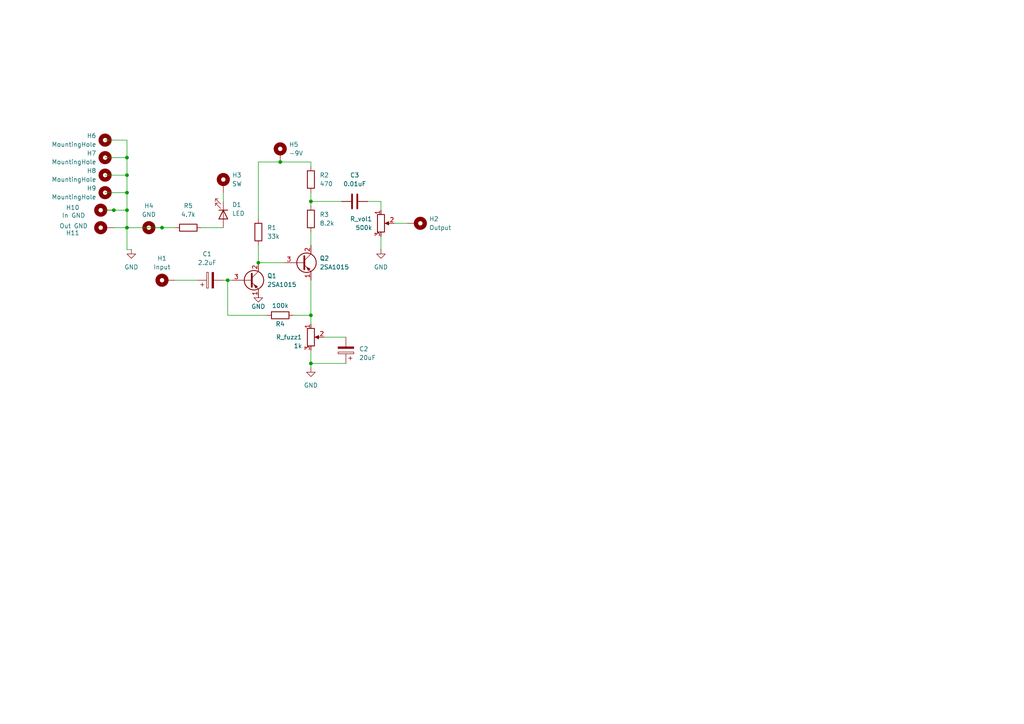
<source format=kicad_sch>
(kicad_sch
	(version 20250114)
	(generator "eeschema")
	(generator_version "9.0")
	(uuid "b82801eb-a442-4e15-a123-5dfbaba277df")
	(paper "A4")
	(lib_symbols
		(symbol "Device:C"
			(pin_numbers
				(hide yes)
			)
			(pin_names
				(offset 0.254)
			)
			(exclude_from_sim no)
			(in_bom yes)
			(on_board yes)
			(property "Reference" "C"
				(at 0.635 2.54 0)
				(effects
					(font
						(size 1.27 1.27)
					)
					(justify left)
				)
			)
			(property "Value" "C"
				(at 0.635 -2.54 0)
				(effects
					(font
						(size 1.27 1.27)
					)
					(justify left)
				)
			)
			(property "Footprint" ""
				(at 0.9652 -3.81 0)
				(effects
					(font
						(size 1.27 1.27)
					)
					(hide yes)
				)
			)
			(property "Datasheet" "~"
				(at 0 0 0)
				(effects
					(font
						(size 1.27 1.27)
					)
					(hide yes)
				)
			)
			(property "Description" "Unpolarized capacitor"
				(at 0 0 0)
				(effects
					(font
						(size 1.27 1.27)
					)
					(hide yes)
				)
			)
			(property "ki_keywords" "cap capacitor"
				(at 0 0 0)
				(effects
					(font
						(size 1.27 1.27)
					)
					(hide yes)
				)
			)
			(property "ki_fp_filters" "C_*"
				(at 0 0 0)
				(effects
					(font
						(size 1.27 1.27)
					)
					(hide yes)
				)
			)
			(symbol "C_0_1"
				(polyline
					(pts
						(xy -2.032 0.762) (xy 2.032 0.762)
					)
					(stroke
						(width 0.508)
						(type default)
					)
					(fill
						(type none)
					)
				)
				(polyline
					(pts
						(xy -2.032 -0.762) (xy 2.032 -0.762)
					)
					(stroke
						(width 0.508)
						(type default)
					)
					(fill
						(type none)
					)
				)
			)
			(symbol "C_1_1"
				(pin passive line
					(at 0 3.81 270)
					(length 2.794)
					(name "~"
						(effects
							(font
								(size 1.27 1.27)
							)
						)
					)
					(number "1"
						(effects
							(font
								(size 1.27 1.27)
							)
						)
					)
				)
				(pin passive line
					(at 0 -3.81 90)
					(length 2.794)
					(name "~"
						(effects
							(font
								(size 1.27 1.27)
							)
						)
					)
					(number "2"
						(effects
							(font
								(size 1.27 1.27)
							)
						)
					)
				)
			)
			(embedded_fonts no)
		)
		(symbol "Device:C_Polarized"
			(pin_numbers
				(hide yes)
			)
			(pin_names
				(offset 0.254)
			)
			(exclude_from_sim no)
			(in_bom yes)
			(on_board yes)
			(property "Reference" "C"
				(at 0.635 2.54 0)
				(effects
					(font
						(size 1.27 1.27)
					)
					(justify left)
				)
			)
			(property "Value" "C_Polarized"
				(at 0.635 -2.54 0)
				(effects
					(font
						(size 1.27 1.27)
					)
					(justify left)
				)
			)
			(property "Footprint" ""
				(at 0.9652 -3.81 0)
				(effects
					(font
						(size 1.27 1.27)
					)
					(hide yes)
				)
			)
			(property "Datasheet" "~"
				(at 0 0 0)
				(effects
					(font
						(size 1.27 1.27)
					)
					(hide yes)
				)
			)
			(property "Description" "Polarized capacitor"
				(at 0 0 0)
				(effects
					(font
						(size 1.27 1.27)
					)
					(hide yes)
				)
			)
			(property "ki_keywords" "cap capacitor"
				(at 0 0 0)
				(effects
					(font
						(size 1.27 1.27)
					)
					(hide yes)
				)
			)
			(property "ki_fp_filters" "CP_*"
				(at 0 0 0)
				(effects
					(font
						(size 1.27 1.27)
					)
					(hide yes)
				)
			)
			(symbol "C_Polarized_0_1"
				(rectangle
					(start -2.286 0.508)
					(end 2.286 1.016)
					(stroke
						(width 0)
						(type default)
					)
					(fill
						(type none)
					)
				)
				(polyline
					(pts
						(xy -1.778 2.286) (xy -0.762 2.286)
					)
					(stroke
						(width 0)
						(type default)
					)
					(fill
						(type none)
					)
				)
				(polyline
					(pts
						(xy -1.27 2.794) (xy -1.27 1.778)
					)
					(stroke
						(width 0)
						(type default)
					)
					(fill
						(type none)
					)
				)
				(rectangle
					(start 2.286 -0.508)
					(end -2.286 -1.016)
					(stroke
						(width 0)
						(type default)
					)
					(fill
						(type outline)
					)
				)
			)
			(symbol "C_Polarized_1_1"
				(pin passive line
					(at 0 3.81 270)
					(length 2.794)
					(name "~"
						(effects
							(font
								(size 1.27 1.27)
							)
						)
					)
					(number "1"
						(effects
							(font
								(size 1.27 1.27)
							)
						)
					)
				)
				(pin passive line
					(at 0 -3.81 90)
					(length 2.794)
					(name "~"
						(effects
							(font
								(size 1.27 1.27)
							)
						)
					)
					(number "2"
						(effects
							(font
								(size 1.27 1.27)
							)
						)
					)
				)
			)
			(embedded_fonts no)
		)
		(symbol "Device:LED"
			(pin_numbers
				(hide yes)
			)
			(pin_names
				(offset 1.016)
				(hide yes)
			)
			(exclude_from_sim no)
			(in_bom yes)
			(on_board yes)
			(property "Reference" "D"
				(at 0 2.54 0)
				(effects
					(font
						(size 1.27 1.27)
					)
				)
			)
			(property "Value" "LED"
				(at 0 -2.54 0)
				(effects
					(font
						(size 1.27 1.27)
					)
				)
			)
			(property "Footprint" ""
				(at 0 0 0)
				(effects
					(font
						(size 1.27 1.27)
					)
					(hide yes)
				)
			)
			(property "Datasheet" "~"
				(at 0 0 0)
				(effects
					(font
						(size 1.27 1.27)
					)
					(hide yes)
				)
			)
			(property "Description" "Light emitting diode"
				(at 0 0 0)
				(effects
					(font
						(size 1.27 1.27)
					)
					(hide yes)
				)
			)
			(property "Sim.Pins" "1=K 2=A"
				(at 0 0 0)
				(effects
					(font
						(size 1.27 1.27)
					)
					(hide yes)
				)
			)
			(property "ki_keywords" "LED diode"
				(at 0 0 0)
				(effects
					(font
						(size 1.27 1.27)
					)
					(hide yes)
				)
			)
			(property "ki_fp_filters" "LED* LED_SMD:* LED_THT:*"
				(at 0 0 0)
				(effects
					(font
						(size 1.27 1.27)
					)
					(hide yes)
				)
			)
			(symbol "LED_0_1"
				(polyline
					(pts
						(xy -3.048 -0.762) (xy -4.572 -2.286) (xy -3.81 -2.286) (xy -4.572 -2.286) (xy -4.572 -1.524)
					)
					(stroke
						(width 0)
						(type default)
					)
					(fill
						(type none)
					)
				)
				(polyline
					(pts
						(xy -1.778 -0.762) (xy -3.302 -2.286) (xy -2.54 -2.286) (xy -3.302 -2.286) (xy -3.302 -1.524)
					)
					(stroke
						(width 0)
						(type default)
					)
					(fill
						(type none)
					)
				)
				(polyline
					(pts
						(xy -1.27 0) (xy 1.27 0)
					)
					(stroke
						(width 0)
						(type default)
					)
					(fill
						(type none)
					)
				)
				(polyline
					(pts
						(xy -1.27 -1.27) (xy -1.27 1.27)
					)
					(stroke
						(width 0.254)
						(type default)
					)
					(fill
						(type none)
					)
				)
				(polyline
					(pts
						(xy 1.27 -1.27) (xy 1.27 1.27) (xy -1.27 0) (xy 1.27 -1.27)
					)
					(stroke
						(width 0.254)
						(type default)
					)
					(fill
						(type none)
					)
				)
			)
			(symbol "LED_1_1"
				(pin passive line
					(at -3.81 0 0)
					(length 2.54)
					(name "K"
						(effects
							(font
								(size 1.27 1.27)
							)
						)
					)
					(number "1"
						(effects
							(font
								(size 1.27 1.27)
							)
						)
					)
				)
				(pin passive line
					(at 3.81 0 180)
					(length 2.54)
					(name "A"
						(effects
							(font
								(size 1.27 1.27)
							)
						)
					)
					(number "2"
						(effects
							(font
								(size 1.27 1.27)
							)
						)
					)
				)
			)
			(embedded_fonts no)
		)
		(symbol "Device:R"
			(pin_numbers
				(hide yes)
			)
			(pin_names
				(offset 0)
			)
			(exclude_from_sim no)
			(in_bom yes)
			(on_board yes)
			(property "Reference" "R"
				(at 2.032 0 90)
				(effects
					(font
						(size 1.27 1.27)
					)
				)
			)
			(property "Value" "R"
				(at 0 0 90)
				(effects
					(font
						(size 1.27 1.27)
					)
				)
			)
			(property "Footprint" ""
				(at -1.778 0 90)
				(effects
					(font
						(size 1.27 1.27)
					)
					(hide yes)
				)
			)
			(property "Datasheet" "~"
				(at 0 0 0)
				(effects
					(font
						(size 1.27 1.27)
					)
					(hide yes)
				)
			)
			(property "Description" "Resistor"
				(at 0 0 0)
				(effects
					(font
						(size 1.27 1.27)
					)
					(hide yes)
				)
			)
			(property "ki_keywords" "R res resistor"
				(at 0 0 0)
				(effects
					(font
						(size 1.27 1.27)
					)
					(hide yes)
				)
			)
			(property "ki_fp_filters" "R_*"
				(at 0 0 0)
				(effects
					(font
						(size 1.27 1.27)
					)
					(hide yes)
				)
			)
			(symbol "R_0_1"
				(rectangle
					(start -1.016 -2.54)
					(end 1.016 2.54)
					(stroke
						(width 0.254)
						(type default)
					)
					(fill
						(type none)
					)
				)
			)
			(symbol "R_1_1"
				(pin passive line
					(at 0 3.81 270)
					(length 1.27)
					(name "~"
						(effects
							(font
								(size 1.27 1.27)
							)
						)
					)
					(number "1"
						(effects
							(font
								(size 1.27 1.27)
							)
						)
					)
				)
				(pin passive line
					(at 0 -3.81 90)
					(length 1.27)
					(name "~"
						(effects
							(font
								(size 1.27 1.27)
							)
						)
					)
					(number "2"
						(effects
							(font
								(size 1.27 1.27)
							)
						)
					)
				)
			)
			(embedded_fonts no)
		)
		(symbol "Device:R_Potentiometer"
			(pin_names
				(offset 1.016)
				(hide yes)
			)
			(exclude_from_sim no)
			(in_bom yes)
			(on_board yes)
			(property "Reference" "RV"
				(at -4.445 0 90)
				(effects
					(font
						(size 1.27 1.27)
					)
				)
			)
			(property "Value" "R_Potentiometer"
				(at -2.54 0 90)
				(effects
					(font
						(size 1.27 1.27)
					)
				)
			)
			(property "Footprint" ""
				(at 0 0 0)
				(effects
					(font
						(size 1.27 1.27)
					)
					(hide yes)
				)
			)
			(property "Datasheet" "~"
				(at 0 0 0)
				(effects
					(font
						(size 1.27 1.27)
					)
					(hide yes)
				)
			)
			(property "Description" "Potentiometer"
				(at 0 0 0)
				(effects
					(font
						(size 1.27 1.27)
					)
					(hide yes)
				)
			)
			(property "ki_keywords" "resistor variable"
				(at 0 0 0)
				(effects
					(font
						(size 1.27 1.27)
					)
					(hide yes)
				)
			)
			(property "ki_fp_filters" "Potentiometer*"
				(at 0 0 0)
				(effects
					(font
						(size 1.27 1.27)
					)
					(hide yes)
				)
			)
			(symbol "R_Potentiometer_0_1"
				(rectangle
					(start 1.016 2.54)
					(end -1.016 -2.54)
					(stroke
						(width 0.254)
						(type default)
					)
					(fill
						(type none)
					)
				)
				(polyline
					(pts
						(xy 1.143 0) (xy 2.286 0.508) (xy 2.286 -0.508) (xy 1.143 0)
					)
					(stroke
						(width 0)
						(type default)
					)
					(fill
						(type outline)
					)
				)
				(polyline
					(pts
						(xy 2.54 0) (xy 1.524 0)
					)
					(stroke
						(width 0)
						(type default)
					)
					(fill
						(type none)
					)
				)
			)
			(symbol "R_Potentiometer_1_1"
				(pin passive line
					(at 0 3.81 270)
					(length 1.27)
					(name "1"
						(effects
							(font
								(size 1.27 1.27)
							)
						)
					)
					(number "1"
						(effects
							(font
								(size 1.27 1.27)
							)
						)
					)
				)
				(pin passive line
					(at 0 -3.81 90)
					(length 1.27)
					(name "3"
						(effects
							(font
								(size 1.27 1.27)
							)
						)
					)
					(number "3"
						(effects
							(font
								(size 1.27 1.27)
							)
						)
					)
				)
				(pin passive line
					(at 3.81 0 180)
					(length 1.27)
					(name "2"
						(effects
							(font
								(size 1.27 1.27)
							)
						)
					)
					(number "2"
						(effects
							(font
								(size 1.27 1.27)
							)
						)
					)
				)
			)
			(embedded_fonts no)
		)
		(symbol "Mechanical:MountingHole"
			(pin_names
				(offset 1.016)
			)
			(exclude_from_sim yes)
			(in_bom no)
			(on_board yes)
			(property "Reference" "H"
				(at 0 5.08 0)
				(effects
					(font
						(size 1.27 1.27)
					)
				)
			)
			(property "Value" "MountingHole"
				(at 0 3.175 0)
				(effects
					(font
						(size 1.27 1.27)
					)
				)
			)
			(property "Footprint" ""
				(at 0 0 0)
				(effects
					(font
						(size 1.27 1.27)
					)
					(hide yes)
				)
			)
			(property "Datasheet" "~"
				(at 0 0 0)
				(effects
					(font
						(size 1.27 1.27)
					)
					(hide yes)
				)
			)
			(property "Description" "Mounting Hole without connection"
				(at 0 0 0)
				(effects
					(font
						(size 1.27 1.27)
					)
					(hide yes)
				)
			)
			(property "ki_keywords" "mounting hole"
				(at 0 0 0)
				(effects
					(font
						(size 1.27 1.27)
					)
					(hide yes)
				)
			)
			(property "ki_fp_filters" "MountingHole*"
				(at 0 0 0)
				(effects
					(font
						(size 1.27 1.27)
					)
					(hide yes)
				)
			)
			(symbol "MountingHole_0_1"
				(circle
					(center 0 0)
					(radius 1.27)
					(stroke
						(width 1.27)
						(type default)
					)
					(fill
						(type none)
					)
				)
			)
			(embedded_fonts no)
		)
		(symbol "Mechanical:MountingHole_Pad"
			(pin_numbers
				(hide yes)
			)
			(pin_names
				(offset 1.016)
				(hide yes)
			)
			(exclude_from_sim yes)
			(in_bom no)
			(on_board yes)
			(property "Reference" "H"
				(at 0 6.35 0)
				(effects
					(font
						(size 1.27 1.27)
					)
				)
			)
			(property "Value" "MountingHole_Pad"
				(at 0 4.445 0)
				(effects
					(font
						(size 1.27 1.27)
					)
				)
			)
			(property "Footprint" ""
				(at 0 0 0)
				(effects
					(font
						(size 1.27 1.27)
					)
					(hide yes)
				)
			)
			(property "Datasheet" "~"
				(at 0 0 0)
				(effects
					(font
						(size 1.27 1.27)
					)
					(hide yes)
				)
			)
			(property "Description" "Mounting Hole with connection"
				(at 0 0 0)
				(effects
					(font
						(size 1.27 1.27)
					)
					(hide yes)
				)
			)
			(property "ki_keywords" "mounting hole"
				(at 0 0 0)
				(effects
					(font
						(size 1.27 1.27)
					)
					(hide yes)
				)
			)
			(property "ki_fp_filters" "MountingHole*Pad*"
				(at 0 0 0)
				(effects
					(font
						(size 1.27 1.27)
					)
					(hide yes)
				)
			)
			(symbol "MountingHole_Pad_0_1"
				(circle
					(center 0 1.27)
					(radius 1.27)
					(stroke
						(width 1.27)
						(type default)
					)
					(fill
						(type none)
					)
				)
			)
			(symbol "MountingHole_Pad_1_1"
				(pin input line
					(at 0 -2.54 90)
					(length 2.54)
					(name "1"
						(effects
							(font
								(size 1.27 1.27)
							)
						)
					)
					(number "1"
						(effects
							(font
								(size 1.27 1.27)
							)
						)
					)
				)
			)
			(embedded_fonts no)
		)
		(symbol "Transistor_BJT:2SA1015"
			(pin_names
				(offset 0)
				(hide yes)
			)
			(exclude_from_sim no)
			(in_bom yes)
			(on_board yes)
			(property "Reference" "Q"
				(at 5.08 1.905 0)
				(effects
					(font
						(size 1.27 1.27)
					)
					(justify left)
				)
			)
			(property "Value" "2SA1015"
				(at 5.08 0 0)
				(effects
					(font
						(size 1.27 1.27)
					)
					(justify left)
				)
			)
			(property "Footprint" "Package_TO_SOT_THT:TO-92_Inline"
				(at 5.08 -1.905 0)
				(effects
					(font
						(size 1.27 1.27)
						(italic yes)
					)
					(justify left)
					(hide yes)
				)
			)
			(property "Datasheet" "http://www.datasheetcatalog.org/datasheet/toshiba/905.pdf"
				(at 0 0 0)
				(effects
					(font
						(size 1.27 1.27)
					)
					(justify left)
					(hide yes)
				)
			)
			(property "Description" "-0.15A Ic, -50V Vce, Low Noise Audio PNP Transistor, TO-92"
				(at 0 0 0)
				(effects
					(font
						(size 1.27 1.27)
					)
					(hide yes)
				)
			)
			(property "ki_keywords" "Low Noise Audio PNP Transistor"
				(at 0 0 0)
				(effects
					(font
						(size 1.27 1.27)
					)
					(hide yes)
				)
			)
			(property "ki_fp_filters" "TO?92*"
				(at 0 0 0)
				(effects
					(font
						(size 1.27 1.27)
					)
					(hide yes)
				)
			)
			(symbol "2SA1015_0_1"
				(polyline
					(pts
						(xy -2.54 0) (xy 0.635 0)
					)
					(stroke
						(width 0)
						(type default)
					)
					(fill
						(type none)
					)
				)
				(polyline
					(pts
						(xy 0.635 1.905) (xy 0.635 -1.905)
					)
					(stroke
						(width 0.508)
						(type default)
					)
					(fill
						(type none)
					)
				)
				(polyline
					(pts
						(xy 0.635 0.635) (xy 2.54 2.54)
					)
					(stroke
						(width 0)
						(type default)
					)
					(fill
						(type none)
					)
				)
				(polyline
					(pts
						(xy 0.635 -0.635) (xy 2.54 -2.54)
					)
					(stroke
						(width 0)
						(type default)
					)
					(fill
						(type none)
					)
				)
				(circle
					(center 1.27 0)
					(radius 2.8194)
					(stroke
						(width 0.254)
						(type default)
					)
					(fill
						(type none)
					)
				)
				(polyline
					(pts
						(xy 2.286 -1.778) (xy 1.778 -2.286) (xy 1.27 -1.27) (xy 2.286 -1.778)
					)
					(stroke
						(width 0)
						(type default)
					)
					(fill
						(type outline)
					)
				)
			)
			(symbol "2SA1015_1_1"
				(pin input line
					(at -5.08 0 0)
					(length 2.54)
					(name "B"
						(effects
							(font
								(size 1.27 1.27)
							)
						)
					)
					(number "3"
						(effects
							(font
								(size 1.27 1.27)
							)
						)
					)
				)
				(pin passive line
					(at 2.54 5.08 270)
					(length 2.54)
					(name "C"
						(effects
							(font
								(size 1.27 1.27)
							)
						)
					)
					(number "2"
						(effects
							(font
								(size 1.27 1.27)
							)
						)
					)
				)
				(pin passive line
					(at 2.54 -5.08 90)
					(length 2.54)
					(name "E"
						(effects
							(font
								(size 1.27 1.27)
							)
						)
					)
					(number "1"
						(effects
							(font
								(size 1.27 1.27)
							)
						)
					)
				)
			)
			(embedded_fonts no)
		)
		(symbol "power:GND"
			(power)
			(pin_numbers
				(hide yes)
			)
			(pin_names
				(offset 0)
				(hide yes)
			)
			(exclude_from_sim no)
			(in_bom yes)
			(on_board yes)
			(property "Reference" "#PWR"
				(at 0 -6.35 0)
				(effects
					(font
						(size 1.27 1.27)
					)
					(hide yes)
				)
			)
			(property "Value" "GND"
				(at 0 -3.81 0)
				(effects
					(font
						(size 1.27 1.27)
					)
				)
			)
			(property "Footprint" ""
				(at 0 0 0)
				(effects
					(font
						(size 1.27 1.27)
					)
					(hide yes)
				)
			)
			(property "Datasheet" ""
				(at 0 0 0)
				(effects
					(font
						(size 1.27 1.27)
					)
					(hide yes)
				)
			)
			(property "Description" "Power symbol creates a global label with name \"GND\" , ground"
				(at 0 0 0)
				(effects
					(font
						(size 1.27 1.27)
					)
					(hide yes)
				)
			)
			(property "ki_keywords" "global power"
				(at 0 0 0)
				(effects
					(font
						(size 1.27 1.27)
					)
					(hide yes)
				)
			)
			(symbol "GND_0_1"
				(polyline
					(pts
						(xy 0 0) (xy 0 -1.27) (xy 1.27 -1.27) (xy 0 -2.54) (xy -1.27 -1.27) (xy 0 -1.27)
					)
					(stroke
						(width 0)
						(type default)
					)
					(fill
						(type none)
					)
				)
			)
			(symbol "GND_1_1"
				(pin power_in line
					(at 0 0 270)
					(length 0)
					(name "~"
						(effects
							(font
								(size 1.27 1.27)
							)
						)
					)
					(number "1"
						(effects
							(font
								(size 1.27 1.27)
							)
						)
					)
				)
			)
			(embedded_fonts no)
		)
	)
	(junction
		(at 36.83 50.8)
		(diameter 0)
		(color 0 0 0 0)
		(uuid "043cc885-539b-400d-b80c-44f25d640a57")
	)
	(junction
		(at 90.17 58.42)
		(diameter 0)
		(color 0 0 0 0)
		(uuid "192b3a50-3913-4041-9f8b-8c7f01b87c24")
	)
	(junction
		(at 33.02 60.96)
		(diameter 0)
		(color 0 0 0 0)
		(uuid "1b26874c-797c-4663-bea6-8b6f685d9a90")
	)
	(junction
		(at 74.93 76.2)
		(diameter 0)
		(color 0 0 0 0)
		(uuid "24d1b1fc-30b4-446a-9757-0c449b873b90")
	)
	(junction
		(at 36.83 66.04)
		(diameter 0)
		(color 0 0 0 0)
		(uuid "2be72181-0a99-4ca1-b6a6-111c94e15519")
	)
	(junction
		(at 36.83 45.72)
		(diameter 0)
		(color 0 0 0 0)
		(uuid "36e5e5e5-1ab2-4a01-9009-dcc907c79b7b")
	)
	(junction
		(at 66.04 81.28)
		(diameter 0)
		(color 0 0 0 0)
		(uuid "4580953b-439e-49b9-a1c7-3968f2b887ea")
	)
	(junction
		(at 46.99 66.04)
		(diameter 0)
		(color 0 0 0 0)
		(uuid "76e21eb8-b955-4688-9660-51bdb8a2173f")
	)
	(junction
		(at 81.28 46.99)
		(diameter 0)
		(color 0 0 0 0)
		(uuid "79574859-3a04-4b0b-8603-1143702cf810")
	)
	(junction
		(at 90.17 91.44)
		(diameter 0)
		(color 0 0 0 0)
		(uuid "806c333f-c2b7-4d72-94c8-643e7b4cfd6b")
	)
	(junction
		(at 36.83 60.96)
		(diameter 0)
		(color 0 0 0 0)
		(uuid "a23db4c1-a929-4359-9ac0-10c46bb0bde6")
	)
	(junction
		(at 90.17 105.41)
		(diameter 0)
		(color 0 0 0 0)
		(uuid "e7d1f5be-0f13-46ce-a211-439be81f8857")
	)
	(junction
		(at 36.83 55.88)
		(diameter 0)
		(color 0 0 0 0)
		(uuid "fd38293f-230c-42b1-851a-d200b56e950c")
	)
	(wire
		(pts
			(xy 110.49 68.58) (xy 110.49 72.39)
		)
		(stroke
			(width 0)
			(type default)
		)
		(uuid "06300551-847b-4242-93b7-0148d775ef37")
	)
	(wire
		(pts
			(xy 58.42 66.04) (xy 64.77 66.04)
		)
		(stroke
			(width 0)
			(type default)
		)
		(uuid "0681724d-a3d0-49bc-9652-f7d7c3a2e8f4")
	)
	(wire
		(pts
			(xy 90.17 105.41) (xy 100.33 105.41)
		)
		(stroke
			(width 0)
			(type default)
		)
		(uuid "0816058b-262f-49d3-b83a-eb641809e109")
	)
	(wire
		(pts
			(xy 66.04 81.28) (xy 66.04 91.44)
		)
		(stroke
			(width 0)
			(type default)
		)
		(uuid "0f47bd56-c545-427e-8e6f-3056a9733cd0")
	)
	(wire
		(pts
			(xy 36.83 50.8) (xy 36.83 55.88)
		)
		(stroke
			(width 0)
			(type default)
		)
		(uuid "128ebe56-0b4f-4140-86f5-a26b4d74dc09")
	)
	(wire
		(pts
			(xy 66.04 91.44) (xy 77.47 91.44)
		)
		(stroke
			(width 0)
			(type default)
		)
		(uuid "250a4513-b052-4f7b-8777-1ffdc8115819")
	)
	(wire
		(pts
			(xy 81.28 46.99) (xy 90.17 46.99)
		)
		(stroke
			(width 0)
			(type default)
		)
		(uuid "27ac1460-1b0a-4149-bc2b-ae99ad0fde20")
	)
	(wire
		(pts
			(xy 36.83 50.8) (xy 30.48 50.8)
		)
		(stroke
			(width 0)
			(type default)
		)
		(uuid "3cc65f24-f33f-4da0-bdd1-b2edf1a0e40f")
	)
	(wire
		(pts
			(xy 66.04 81.28) (xy 67.31 81.28)
		)
		(stroke
			(width 0)
			(type default)
		)
		(uuid "3d2633da-80b4-489b-8465-5d204c927431")
	)
	(wire
		(pts
			(xy 36.83 66.04) (xy 46.99 66.04)
		)
		(stroke
			(width 0)
			(type default)
		)
		(uuid "3e906dd9-65e8-4eae-9f78-5a624a1843ec")
	)
	(wire
		(pts
			(xy 64.77 55.88) (xy 64.77 58.42)
		)
		(stroke
			(width 0)
			(type default)
		)
		(uuid "41657e5f-9d3c-4825-9896-db5b98fed555")
	)
	(wire
		(pts
			(xy 36.83 55.88) (xy 36.83 60.96)
		)
		(stroke
			(width 0)
			(type default)
		)
		(uuid "433f6b8a-6b4f-4123-b27d-abe0c533a3d1")
	)
	(wire
		(pts
			(xy 90.17 46.99) (xy 90.17 48.26)
		)
		(stroke
			(width 0)
			(type default)
		)
		(uuid "4932cb46-16ae-4175-a20d-6accbecb3d64")
	)
	(wire
		(pts
			(xy 114.3 64.77) (xy 118.11 64.77)
		)
		(stroke
			(width 0)
			(type default)
		)
		(uuid "4a1d99d5-1ade-4749-af52-fdb39eb156d9")
	)
	(wire
		(pts
			(xy 33.02 60.96) (xy 30.48 60.96)
		)
		(stroke
			(width 0)
			(type default)
		)
		(uuid "506c2d1c-9e5e-42b5-b20f-f4b4217e73bd")
	)
	(wire
		(pts
			(xy 106.68 58.42) (xy 110.49 58.42)
		)
		(stroke
			(width 0)
			(type default)
		)
		(uuid "5923fc20-d8a8-4509-ab30-fd5e60df8aa0")
	)
	(wire
		(pts
			(xy 36.83 72.39) (xy 38.1 72.39)
		)
		(stroke
			(width 0)
			(type default)
		)
		(uuid "62a2d665-854b-44e3-a119-a68df53caa60")
	)
	(wire
		(pts
			(xy 74.93 71.12) (xy 74.93 76.2)
		)
		(stroke
			(width 0)
			(type default)
		)
		(uuid "65b368c2-26be-4392-839c-61130451ab93")
	)
	(wire
		(pts
			(xy 36.83 55.88) (xy 30.48 55.88)
		)
		(stroke
			(width 0)
			(type default)
		)
		(uuid "6b09e59d-413c-4c98-9ff3-b79f676c8a00")
	)
	(wire
		(pts
			(xy 90.17 58.42) (xy 90.17 59.69)
		)
		(stroke
			(width 0)
			(type default)
		)
		(uuid "70b8aed8-f70c-4a94-8a9f-218fb9f59acd")
	)
	(wire
		(pts
			(xy 90.17 55.88) (xy 90.17 58.42)
		)
		(stroke
			(width 0)
			(type default)
		)
		(uuid "717cbccb-bb3b-429c-870a-8a87e912d4b5")
	)
	(wire
		(pts
			(xy 93.98 97.79) (xy 100.33 97.79)
		)
		(stroke
			(width 0)
			(type default)
		)
		(uuid "727ef7b4-0220-400f-b9e4-04e1371776d3")
	)
	(wire
		(pts
			(xy 36.83 60.96) (xy 36.83 66.04)
		)
		(stroke
			(width 0)
			(type default)
		)
		(uuid "8c793859-7be1-4590-8b92-1f93b2907cbe")
	)
	(wire
		(pts
			(xy 74.93 46.99) (xy 81.28 46.99)
		)
		(stroke
			(width 0)
			(type default)
		)
		(uuid "919ba614-395a-4c08-babc-36018a07437e")
	)
	(wire
		(pts
			(xy 46.99 66.04) (xy 50.8 66.04)
		)
		(stroke
			(width 0)
			(type default)
		)
		(uuid "99f6e4e9-77ac-4241-8c05-404e530ed642")
	)
	(wire
		(pts
			(xy 90.17 106.68) (xy 90.17 105.41)
		)
		(stroke
			(width 0)
			(type default)
		)
		(uuid "9a8d856b-cbf3-41c6-93c8-123c14f7ae91")
	)
	(wire
		(pts
			(xy 90.17 91.44) (xy 90.17 93.98)
		)
		(stroke
			(width 0)
			(type default)
		)
		(uuid "9f66b6bd-1856-45aa-93b4-9f0d83215a24")
	)
	(wire
		(pts
			(xy 74.93 46.99) (xy 74.93 63.5)
		)
		(stroke
			(width 0)
			(type default)
		)
		(uuid "a45f1347-cbe0-4a13-9be8-b55edb8ae701")
	)
	(wire
		(pts
			(xy 36.83 40.64) (xy 36.83 45.72)
		)
		(stroke
			(width 0)
			(type default)
		)
		(uuid "a5225cbb-b29c-4972-a368-bd4c8d5b8f61")
	)
	(wire
		(pts
			(xy 36.83 45.72) (xy 30.48 45.72)
		)
		(stroke
			(width 0)
			(type default)
		)
		(uuid "a92f1051-e19d-482d-aeb5-3107eab46174")
	)
	(wire
		(pts
			(xy 90.17 81.28) (xy 90.17 91.44)
		)
		(stroke
			(width 0)
			(type default)
		)
		(uuid "b02710e2-62ad-4792-b2e4-b2648ffaf82b")
	)
	(wire
		(pts
			(xy 90.17 67.31) (xy 90.17 71.12)
		)
		(stroke
			(width 0)
			(type default)
		)
		(uuid "b08a2592-c791-4d0e-b78d-7724017fc712")
	)
	(wire
		(pts
			(xy 50.8 81.28) (xy 57.15 81.28)
		)
		(stroke
			(width 0)
			(type default)
		)
		(uuid "b4ce388d-3db2-49e3-b82a-840ff715e36b")
	)
	(wire
		(pts
			(xy 74.93 85.09) (xy 74.93 86.36)
		)
		(stroke
			(width 0)
			(type default)
		)
		(uuid "b5509a8d-7b12-4363-8350-148ed0540287")
	)
	(wire
		(pts
			(xy 36.83 45.72) (xy 36.83 50.8)
		)
		(stroke
			(width 0)
			(type default)
		)
		(uuid "b5cc5e07-9af0-477e-9bc9-249e8b417dfd")
	)
	(wire
		(pts
			(xy 90.17 58.42) (xy 99.06 58.42)
		)
		(stroke
			(width 0)
			(type default)
		)
		(uuid "b92c7960-9327-45f7-8f40-465e8893c1e2")
	)
	(wire
		(pts
			(xy 90.17 105.41) (xy 90.17 101.6)
		)
		(stroke
			(width 0)
			(type default)
		)
		(uuid "bc10f74e-4868-4fe4-a142-bd6da7ef7019")
	)
	(wire
		(pts
			(xy 74.93 76.2) (xy 82.55 76.2)
		)
		(stroke
			(width 0)
			(type default)
		)
		(uuid "c6c8ec8a-91ad-4339-be7a-b224a63870e7")
	)
	(wire
		(pts
			(xy 110.49 58.42) (xy 110.49 60.96)
		)
		(stroke
			(width 0)
			(type default)
		)
		(uuid "d7e08680-9529-4b8a-819c-94bebdb5a222")
	)
	(wire
		(pts
			(xy 85.09 91.44) (xy 90.17 91.44)
		)
		(stroke
			(width 0)
			(type default)
		)
		(uuid "dcb4d93e-7e97-4e2b-8fd7-48e40882275d")
	)
	(wire
		(pts
			(xy 36.83 60.96) (xy 33.02 60.96)
		)
		(stroke
			(width 0)
			(type default)
		)
		(uuid "e4e2c877-1301-422a-8dff-c12a033347a2")
	)
	(wire
		(pts
			(xy 33.02 66.04) (xy 36.83 66.04)
		)
		(stroke
			(width 0)
			(type default)
		)
		(uuid "e65727f9-a799-4ca3-a71d-fcaceb56f47e")
	)
	(wire
		(pts
			(xy 36.83 40.64) (xy 30.48 40.64)
		)
		(stroke
			(width 0)
			(type default)
		)
		(uuid "efafb9cb-9621-42aa-9b5c-5505882c9e12")
	)
	(wire
		(pts
			(xy 64.77 81.28) (xy 66.04 81.28)
		)
		(stroke
			(width 0)
			(type default)
		)
		(uuid "f74b0bf4-e7bf-4cd8-a45b-d021204a481b")
	)
	(wire
		(pts
			(xy 36.83 72.39) (xy 36.83 66.04)
		)
		(stroke
			(width 0)
			(type default)
		)
		(uuid "f964334b-7cbe-4d83-b6b5-abd0a03d5340")
	)
	(symbol
		(lib_id "Device:C_Polarized")
		(at 60.96 81.28 90)
		(unit 1)
		(exclude_from_sim no)
		(in_bom yes)
		(on_board yes)
		(dnp no)
		(fields_autoplaced yes)
		(uuid "05fa8710-3220-4a28-a2c1-c17eee5e2f91")
		(property "Reference" "C1"
			(at 60.071 73.66 90)
			(effects
				(font
					(size 1.27 1.27)
				)
			)
		)
		(property "Value" "2.2uF"
			(at 60.071 76.2 90)
			(effects
				(font
					(size 1.27 1.27)
				)
			)
		)
		(property "Footprint" "ANA PARTS:StandardPolarizedCapacitorPedal"
			(at 64.77 80.3148 0)
			(effects
				(font
					(size 1.27 1.27)
				)
				(hide yes)
			)
		)
		(property "Datasheet" "~"
			(at 60.96 81.28 0)
			(effects
				(font
					(size 1.27 1.27)
				)
				(hide yes)
			)
		)
		(property "Description" "Polarized capacitor"
			(at 60.96 81.28 0)
			(effects
				(font
					(size 1.27 1.27)
				)
				(hide yes)
			)
		)
		(pin "1"
			(uuid "c65ccb0e-574c-45ea-9599-f366f0b9d93c")
		)
		(pin "2"
			(uuid "928101c3-02f2-4ffe-8cfe-d1c8f2d9cbe3")
		)
		(instances
			(project ""
				(path "/b82801eb-a442-4e15-a123-5dfbaba277df"
					(reference "C1")
					(unit 1)
				)
			)
		)
	)
	(symbol
		(lib_id "Mechanical:MountingHole_Pad")
		(at 30.48 60.96 90)
		(mirror x)
		(unit 1)
		(exclude_from_sim yes)
		(in_bom no)
		(on_board yes)
		(dnp no)
		(uuid "109f30e5-ed41-464f-b5cd-a1c2b5c2ff28")
		(property "Reference" "H10"
			(at 21.082 60.198 90)
			(effects
				(font
					(size 1.27 1.27)
				)
			)
		)
		(property "Value" "In GND"
			(at 21.336 62.484 90)
			(effects
				(font
					(size 1.27 1.27)
				)
			)
		)
		(property "Footprint" "ANA PARTS:1.5mm_MountingHole"
			(at 30.48 60.96 0)
			(effects
				(font
					(size 1.27 1.27)
				)
				(hide yes)
			)
		)
		(property "Datasheet" "~"
			(at 30.48 60.96 0)
			(effects
				(font
					(size 1.27 1.27)
				)
				(hide yes)
			)
		)
		(property "Description" "Mounting Hole with connection"
			(at 30.48 60.96 0)
			(effects
				(font
					(size 1.27 1.27)
				)
				(hide yes)
			)
		)
		(pin "1"
			(uuid "73f51e4b-7306-4fcd-a8ce-79b74d968227")
		)
		(instances
			(project "FuzzFace2copy"
				(path "/b82801eb-a442-4e15-a123-5dfbaba277df"
					(reference "H10")
					(unit 1)
				)
			)
		)
	)
	(symbol
		(lib_id "Mechanical:MountingHole_Pad")
		(at 44.45 66.04 90)
		(unit 1)
		(exclude_from_sim yes)
		(in_bom no)
		(on_board yes)
		(dnp no)
		(fields_autoplaced yes)
		(uuid "1d657444-8561-4779-88ed-1fe707af5bbc")
		(property "Reference" "H4"
			(at 43.18 59.69 90)
			(effects
				(font
					(size 1.27 1.27)
				)
			)
		)
		(property "Value" "GND"
			(at 43.18 62.23 90)
			(effects
				(font
					(size 1.27 1.27)
				)
			)
		)
		(property "Footprint" "ANA PARTS:1.5mm_MountingHole"
			(at 44.45 66.04 0)
			(effects
				(font
					(size 1.27 1.27)
				)
				(hide yes)
			)
		)
		(property "Datasheet" "~"
			(at 44.45 66.04 0)
			(effects
				(font
					(size 1.27 1.27)
				)
				(hide yes)
			)
		)
		(property "Description" "Mounting Hole with connection"
			(at 44.45 66.04 0)
			(effects
				(font
					(size 1.27 1.27)
				)
				(hide yes)
			)
		)
		(pin "1"
			(uuid "0ec050b4-c9c9-495b-ab29-626d7ed7d03b")
		)
		(instances
			(project "FuzzFace2"
				(path "/b82801eb-a442-4e15-a123-5dfbaba277df"
					(reference "H4")
					(unit 1)
				)
			)
		)
	)
	(symbol
		(lib_id "Mechanical:MountingHole_Pad")
		(at 81.28 44.45 0)
		(unit 1)
		(exclude_from_sim yes)
		(in_bom no)
		(on_board yes)
		(dnp no)
		(fields_autoplaced yes)
		(uuid "1eb62cbf-d62f-4610-a399-0b712704fb5a")
		(property "Reference" "H5"
			(at 83.82 41.9099 0)
			(effects
				(font
					(size 1.27 1.27)
				)
				(justify left)
			)
		)
		(property "Value" "-9V"
			(at 83.82 44.4499 0)
			(effects
				(font
					(size 1.27 1.27)
				)
				(justify left)
			)
		)
		(property "Footprint" "ANA PARTS:1.5mm_MountingHole"
			(at 81.28 44.45 0)
			(effects
				(font
					(size 1.27 1.27)
				)
				(hide yes)
			)
		)
		(property "Datasheet" "~"
			(at 81.28 44.45 0)
			(effects
				(font
					(size 1.27 1.27)
				)
				(hide yes)
			)
		)
		(property "Description" "Mounting Hole with connection"
			(at 81.28 44.45 0)
			(effects
				(font
					(size 1.27 1.27)
				)
				(hide yes)
			)
		)
		(pin "1"
			(uuid "e9222163-ea6a-413b-8498-1e82fc80a668")
		)
		(instances
			(project "FuzzFace2"
				(path "/b82801eb-a442-4e15-a123-5dfbaba277df"
					(reference "H5")
					(unit 1)
				)
			)
		)
	)
	(symbol
		(lib_id "power:GND")
		(at 90.17 106.68 0)
		(unit 1)
		(exclude_from_sim no)
		(in_bom yes)
		(on_board yes)
		(dnp no)
		(fields_autoplaced yes)
		(uuid "2c2eec62-5689-4d16-8fa1-512eb185d3d4")
		(property "Reference" "#PWR04"
			(at 90.17 113.03 0)
			(effects
				(font
					(size 1.27 1.27)
				)
				(hide yes)
			)
		)
		(property "Value" "GND"
			(at 90.17 111.76 0)
			(effects
				(font
					(size 1.27 1.27)
				)
			)
		)
		(property "Footprint" ""
			(at 90.17 106.68 0)
			(effects
				(font
					(size 1.27 1.27)
				)
				(hide yes)
			)
		)
		(property "Datasheet" ""
			(at 90.17 106.68 0)
			(effects
				(font
					(size 1.27 1.27)
				)
				(hide yes)
			)
		)
		(property "Description" "Power symbol creates a global label with name \"GND\" , ground"
			(at 90.17 106.68 0)
			(effects
				(font
					(size 1.27 1.27)
				)
				(hide yes)
			)
		)
		(pin "1"
			(uuid "d4436ae6-bfc4-4464-b867-0f1d43ed69cc")
		)
		(instances
			(project "FuzzFace2"
				(path "/b82801eb-a442-4e15-a123-5dfbaba277df"
					(reference "#PWR04")
					(unit 1)
				)
			)
		)
	)
	(symbol
		(lib_id "Mechanical:MountingHole")
		(at 30.48 45.72 0)
		(mirror y)
		(unit 1)
		(exclude_from_sim yes)
		(in_bom no)
		(on_board yes)
		(dnp no)
		(fields_autoplaced yes)
		(uuid "3ed7e2f3-9f5c-4265-a371-22a8f64192c6")
		(property "Reference" "H7"
			(at 27.94 44.4499 0)
			(effects
				(font
					(size 1.27 1.27)
				)
				(justify left)
			)
		)
		(property "Value" "MountingHole"
			(at 27.94 46.9899 0)
			(effects
				(font
					(size 1.27 1.27)
				)
				(justify left)
			)
		)
		(property "Footprint" "MountingHole:MountingHole_2.2mm_M2_DIN965_Pad_TopOnly"
			(at 30.48 45.72 0)
			(effects
				(font
					(size 1.27 1.27)
				)
				(hide yes)
			)
		)
		(property "Datasheet" "~"
			(at 30.48 45.72 0)
			(effects
				(font
					(size 1.27 1.27)
				)
				(hide yes)
			)
		)
		(property "Description" "Mounting Hole without connection"
			(at 30.48 45.72 0)
			(effects
				(font
					(size 1.27 1.27)
				)
				(hide yes)
			)
		)
		(instances
			(project "FuzzFace2"
				(path "/b82801eb-a442-4e15-a123-5dfbaba277df"
					(reference "H7")
					(unit 1)
				)
			)
		)
	)
	(symbol
		(lib_id "Device:C_Polarized")
		(at 100.33 101.6 180)
		(unit 1)
		(exclude_from_sim no)
		(in_bom yes)
		(on_board yes)
		(dnp no)
		(fields_autoplaced yes)
		(uuid "428ee3e6-7022-4361-b276-e5e37f202caa")
		(property "Reference" "C2"
			(at 104.14 101.2189 0)
			(effects
				(font
					(size 1.27 1.27)
				)
				(justify right)
			)
		)
		(property "Value" "20uF"
			(at 104.14 103.7589 0)
			(effects
				(font
					(size 1.27 1.27)
				)
				(justify right)
			)
		)
		(property "Footprint" "ANA PARTS:StandardPolarizedCapacitorPedal"
			(at 99.3648 97.79 0)
			(effects
				(font
					(size 1.27 1.27)
				)
				(hide yes)
			)
		)
		(property "Datasheet" "~"
			(at 100.33 101.6 0)
			(effects
				(font
					(size 1.27 1.27)
				)
				(hide yes)
			)
		)
		(property "Description" "Polarized capacitor"
			(at 100.33 101.6 0)
			(effects
				(font
					(size 1.27 1.27)
				)
				(hide yes)
			)
		)
		(pin "1"
			(uuid "2a4c9f25-32cc-4f44-b4af-d9784076e652")
		)
		(pin "2"
			(uuid "b09f9e7d-e968-42c1-b7e0-8b5bdb149f4a")
		)
		(instances
			(project "FuzzFace2"
				(path "/b82801eb-a442-4e15-a123-5dfbaba277df"
					(reference "C2")
					(unit 1)
				)
			)
		)
	)
	(symbol
		(lib_id "Mechanical:MountingHole_Pad")
		(at 120.65 64.77 270)
		(unit 1)
		(exclude_from_sim yes)
		(in_bom no)
		(on_board yes)
		(dnp no)
		(fields_autoplaced yes)
		(uuid "431c59fa-4650-4bcc-83b7-101b7f8ee1ee")
		(property "Reference" "H2"
			(at 124.46 63.4999 90)
			(effects
				(font
					(size 1.27 1.27)
				)
				(justify left)
			)
		)
		(property "Value" "Output"
			(at 124.46 66.0399 90)
			(effects
				(font
					(size 1.27 1.27)
				)
				(justify left)
			)
		)
		(property "Footprint" "ANA PARTS:1.5mm_MountingHole"
			(at 120.65 64.77 0)
			(effects
				(font
					(size 1.27 1.27)
				)
				(hide yes)
			)
		)
		(property "Datasheet" "~"
			(at 120.65 64.77 0)
			(effects
				(font
					(size 1.27 1.27)
				)
				(hide yes)
			)
		)
		(property "Description" "Mounting Hole with connection"
			(at 120.65 64.77 0)
			(effects
				(font
					(size 1.27 1.27)
				)
				(hide yes)
			)
		)
		(pin "1"
			(uuid "bc039670-e684-48bd-9741-e649df4447cf")
		)
		(instances
			(project "FuzzFace2"
				(path "/b82801eb-a442-4e15-a123-5dfbaba277df"
					(reference "H2")
					(unit 1)
				)
			)
		)
	)
	(symbol
		(lib_id "Device:C")
		(at 102.87 58.42 90)
		(unit 1)
		(exclude_from_sim no)
		(in_bom yes)
		(on_board yes)
		(dnp no)
		(fields_autoplaced yes)
		(uuid "4400efe1-91c3-4fb8-a63c-bfc741cddd3f")
		(property "Reference" "C3"
			(at 102.87 50.8 90)
			(effects
				(font
					(size 1.27 1.27)
				)
			)
		)
		(property "Value" "0.01uF"
			(at 102.87 53.34 90)
			(effects
				(font
					(size 1.27 1.27)
				)
			)
		)
		(property "Footprint" "ANA PARTS:StandardUnpolarizedCapacitorPedal"
			(at 106.68 57.4548 0)
			(effects
				(font
					(size 1.27 1.27)
				)
				(hide yes)
			)
		)
		(property "Datasheet" "~"
			(at 102.87 58.42 0)
			(effects
				(font
					(size 1.27 1.27)
				)
				(hide yes)
			)
		)
		(property "Description" "Unpolarized capacitor"
			(at 102.87 58.42 0)
			(effects
				(font
					(size 1.27 1.27)
				)
				(hide yes)
			)
		)
		(pin "2"
			(uuid "3486ed16-53e3-4039-98f5-e6ffc614cda7")
		)
		(pin "1"
			(uuid "2bf479fd-798d-415b-9c71-1137b90d540f")
		)
		(instances
			(project ""
				(path "/b82801eb-a442-4e15-a123-5dfbaba277df"
					(reference "C3")
					(unit 1)
				)
			)
		)
	)
	(symbol
		(lib_id "Mechanical:MountingHole")
		(at 30.48 50.8 0)
		(mirror y)
		(unit 1)
		(exclude_from_sim yes)
		(in_bom no)
		(on_board yes)
		(dnp no)
		(fields_autoplaced yes)
		(uuid "47f2dbd7-c5f7-48d7-bf06-890a337c9683")
		(property "Reference" "H8"
			(at 27.94 49.5299 0)
			(effects
				(font
					(size 1.27 1.27)
				)
				(justify left)
			)
		)
		(property "Value" "MountingHole"
			(at 27.94 52.0699 0)
			(effects
				(font
					(size 1.27 1.27)
				)
				(justify left)
			)
		)
		(property "Footprint" "MountingHole:MountingHole_2.2mm_M2_DIN965_Pad_TopOnly"
			(at 30.48 50.8 0)
			(effects
				(font
					(size 1.27 1.27)
				)
				(hide yes)
			)
		)
		(property "Datasheet" "~"
			(at 30.48 50.8 0)
			(effects
				(font
					(size 1.27 1.27)
				)
				(hide yes)
			)
		)
		(property "Description" "Mounting Hole without connection"
			(at 30.48 50.8 0)
			(effects
				(font
					(size 1.27 1.27)
				)
				(hide yes)
			)
		)
		(instances
			(project "FuzzFace2"
				(path "/b82801eb-a442-4e15-a123-5dfbaba277df"
					(reference "H8")
					(unit 1)
				)
			)
		)
	)
	(symbol
		(lib_id "Mechanical:MountingHole_Pad")
		(at 30.48 66.04 90)
		(mirror x)
		(unit 1)
		(exclude_from_sim yes)
		(in_bom no)
		(on_board yes)
		(dnp no)
		(uuid "6069c146-56a9-4f45-a3e6-64356f743742")
		(property "Reference" "H11"
			(at 21.082 67.564 90)
			(effects
				(font
					(size 1.27 1.27)
				)
			)
		)
		(property "Value" "Out GND"
			(at 21.336 65.532 90)
			(effects
				(font
					(size 1.27 1.27)
				)
			)
		)
		(property "Footprint" "ANA PARTS:1.5mm_MountingHole"
			(at 30.48 66.04 0)
			(effects
				(font
					(size 1.27 1.27)
				)
				(hide yes)
			)
		)
		(property "Datasheet" "~"
			(at 30.48 66.04 0)
			(effects
				(font
					(size 1.27 1.27)
				)
				(hide yes)
			)
		)
		(property "Description" "Mounting Hole with connection"
			(at 30.48 66.04 0)
			(effects
				(font
					(size 1.27 1.27)
				)
				(hide yes)
			)
		)
		(pin "1"
			(uuid "18eb20af-371a-4ad7-a0e2-90527ddad1aa")
		)
		(instances
			(project "FuzzFace2copy"
				(path "/b82801eb-a442-4e15-a123-5dfbaba277df"
					(reference "H11")
					(unit 1)
				)
			)
		)
	)
	(symbol
		(lib_id "Device:R_Potentiometer")
		(at 90.17 97.79 0)
		(unit 1)
		(exclude_from_sim no)
		(in_bom yes)
		(on_board yes)
		(dnp no)
		(uuid "61fd0d0a-1903-428f-9bb1-22f278120c10")
		(property "Reference" "R_fuzz1"
			(at 87.63 97.79 0)
			(effects
				(font
					(size 1.27 1.27)
				)
				(justify right)
			)
		)
		(property "Value" "1k"
			(at 87.63 100.33 0)
			(effects
				(font
					(size 1.27 1.27)
				)
				(justify right)
			)
		)
		(property "Footprint" "ANA PARTS:StandardPot"
			(at 90.17 97.79 0)
			(effects
				(font
					(size 1.27 1.27)
				)
				(hide yes)
			)
		)
		(property "Datasheet" "~"
			(at 90.17 97.79 0)
			(effects
				(font
					(size 1.27 1.27)
				)
				(hide yes)
			)
		)
		(property "Description" "Potentiometer"
			(at 90.17 97.79 0)
			(effects
				(font
					(size 1.27 1.27)
				)
				(hide yes)
			)
		)
		(pin "1"
			(uuid "e715dbf4-4838-41ac-ba73-29dc7b7596ce")
		)
		(pin "2"
			(uuid "0b9b60b3-036f-4fef-a0fd-9fd6e50d99c1")
		)
		(pin "3"
			(uuid "729ba2d7-6470-491d-8d0c-c5b63a279091")
		)
		(instances
			(project ""
				(path "/b82801eb-a442-4e15-a123-5dfbaba277df"
					(reference "R_fuzz1")
					(unit 1)
				)
			)
		)
	)
	(symbol
		(lib_id "Mechanical:MountingHole")
		(at 30.48 40.64 0)
		(mirror y)
		(unit 1)
		(exclude_from_sim yes)
		(in_bom no)
		(on_board yes)
		(dnp no)
		(fields_autoplaced yes)
		(uuid "63fa7a6e-c79d-468c-8439-dc4b41bbc86c")
		(property "Reference" "H6"
			(at 27.94 39.3699 0)
			(effects
				(font
					(size 1.27 1.27)
				)
				(justify left)
			)
		)
		(property "Value" "MountingHole"
			(at 27.94 41.9099 0)
			(effects
				(font
					(size 1.27 1.27)
				)
				(justify left)
			)
		)
		(property "Footprint" "MountingHole:MountingHole_2.2mm_M2_DIN965_Pad_TopOnly"
			(at 30.48 40.64 0)
			(effects
				(font
					(size 1.27 1.27)
				)
				(hide yes)
			)
		)
		(property "Datasheet" "~"
			(at 30.48 40.64 0)
			(effects
				(font
					(size 1.27 1.27)
				)
				(hide yes)
			)
		)
		(property "Description" "Mounting Hole without connection"
			(at 30.48 40.64 0)
			(effects
				(font
					(size 1.27 1.27)
				)
				(hide yes)
			)
		)
		(instances
			(project ""
				(path "/b82801eb-a442-4e15-a123-5dfbaba277df"
					(reference "H6")
					(unit 1)
				)
			)
		)
	)
	(symbol
		(lib_id "Mechanical:MountingHole")
		(at 30.48 55.88 0)
		(mirror y)
		(unit 1)
		(exclude_from_sim yes)
		(in_bom no)
		(on_board yes)
		(dnp no)
		(fields_autoplaced yes)
		(uuid "6cb8ef74-ed3c-4758-b27c-e2e729c29ca3")
		(property "Reference" "H9"
			(at 27.94 54.6099 0)
			(effects
				(font
					(size 1.27 1.27)
				)
				(justify left)
			)
		)
		(property "Value" "MountingHole"
			(at 27.94 57.1499 0)
			(effects
				(font
					(size 1.27 1.27)
				)
				(justify left)
			)
		)
		(property "Footprint" "MountingHole:MountingHole_2.2mm_M2_DIN965_Pad_TopOnly"
			(at 30.48 55.88 0)
			(effects
				(font
					(size 1.27 1.27)
				)
				(hide yes)
			)
		)
		(property "Datasheet" "~"
			(at 30.48 55.88 0)
			(effects
				(font
					(size 1.27 1.27)
				)
				(hide yes)
			)
		)
		(property "Description" "Mounting Hole without connection"
			(at 30.48 55.88 0)
			(effects
				(font
					(size 1.27 1.27)
				)
				(hide yes)
			)
		)
		(instances
			(project "FuzzFace2"
				(path "/b82801eb-a442-4e15-a123-5dfbaba277df"
					(reference "H9")
					(unit 1)
				)
			)
		)
	)
	(symbol
		(lib_id "Device:R")
		(at 90.17 52.07 0)
		(unit 1)
		(exclude_from_sim no)
		(in_bom yes)
		(on_board yes)
		(dnp no)
		(fields_autoplaced yes)
		(uuid "6e53139f-6cde-40cc-a26a-d399f561b2ca")
		(property "Reference" "R2"
			(at 92.71 50.7999 0)
			(effects
				(font
					(size 1.27 1.27)
				)
				(justify left)
			)
		)
		(property "Value" "470"
			(at 92.71 53.3399 0)
			(effects
				(font
					(size 1.27 1.27)
				)
				(justify left)
			)
		)
		(property "Footprint" "ANA PARTS:StandardResistorPedal"
			(at 88.392 52.07 90)
			(effects
				(font
					(size 1.27 1.27)
				)
				(hide yes)
			)
		)
		(property "Datasheet" "~"
			(at 90.17 52.07 0)
			(effects
				(font
					(size 1.27 1.27)
				)
				(hide yes)
			)
		)
		(property "Description" "Resistor"
			(at 90.17 52.07 0)
			(effects
				(font
					(size 1.27 1.27)
				)
				(hide yes)
			)
		)
		(pin "1"
			(uuid "cc4ecb59-714b-4cde-856a-7ea90c355ddc")
		)
		(pin "2"
			(uuid "751093b0-e66a-464e-a1aa-8296ffe86fe0")
		)
		(instances
			(project "FuzzFace2"
				(path "/b82801eb-a442-4e15-a123-5dfbaba277df"
					(reference "R2")
					(unit 1)
				)
			)
		)
	)
	(symbol
		(lib_id "Device:R")
		(at 54.61 66.04 90)
		(unit 1)
		(exclude_from_sim no)
		(in_bom yes)
		(on_board yes)
		(dnp no)
		(fields_autoplaced yes)
		(uuid "72bc55a9-670c-4430-ae04-f6f47c63189a")
		(property "Reference" "R5"
			(at 54.61 59.69 90)
			(effects
				(font
					(size 1.27 1.27)
				)
			)
		)
		(property "Value" "4.7k"
			(at 54.61 62.23 90)
			(effects
				(font
					(size 1.27 1.27)
				)
			)
		)
		(property "Footprint" "ANA PARTS:StandardResistorPedal"
			(at 54.61 67.818 90)
			(effects
				(font
					(size 1.27 1.27)
				)
				(hide yes)
			)
		)
		(property "Datasheet" "~"
			(at 54.61 66.04 0)
			(effects
				(font
					(size 1.27 1.27)
				)
				(hide yes)
			)
		)
		(property "Description" "Resistor"
			(at 54.61 66.04 0)
			(effects
				(font
					(size 1.27 1.27)
				)
				(hide yes)
			)
		)
		(pin "1"
			(uuid "c5a25ee0-1ead-4a21-a922-bf7c02432974")
		)
		(pin "2"
			(uuid "3c05da18-a750-4955-b2b7-057e2a361d3e")
		)
		(instances
			(project "FuzzFace2"
				(path "/b82801eb-a442-4e15-a123-5dfbaba277df"
					(reference "R5")
					(unit 1)
				)
			)
		)
	)
	(symbol
		(lib_id "Transistor_BJT:2SA1015")
		(at 72.39 81.28 0)
		(unit 1)
		(exclude_from_sim no)
		(in_bom yes)
		(on_board yes)
		(dnp no)
		(fields_autoplaced yes)
		(uuid "84f196c0-8818-4bf8-8c2a-a7c4a3532c9d")
		(property "Reference" "Q1"
			(at 77.47 80.0099 0)
			(effects
				(font
					(size 1.27 1.27)
				)
				(justify left)
			)
		)
		(property "Value" "2SA1015"
			(at 77.47 82.5499 0)
			(effects
				(font
					(size 1.27 1.27)
				)
				(justify left)
			)
		)
		(property "Footprint" "Package_TO_SOT_THT:TO-92_Inline"
			(at 77.47 83.185 0)
			(effects
				(font
					(size 1.27 1.27)
					(italic yes)
				)
				(justify left)
				(hide yes)
			)
		)
		(property "Datasheet" "http://www.datasheetcatalog.org/datasheet/toshiba/905.pdf"
			(at 72.39 81.28 0)
			(effects
				(font
					(size 1.27 1.27)
				)
				(justify left)
				(hide yes)
			)
		)
		(property "Description" "-0.15A Ic, -50V Vce, Low Noise Audio PNP Transistor, TO-92"
			(at 72.39 81.28 0)
			(effects
				(font
					(size 1.27 1.27)
				)
				(hide yes)
			)
		)
		(pin "2"
			(uuid "a006b382-1827-499d-945a-765e4a46fa39")
		)
		(pin "1"
			(uuid "0f2fed61-6387-4575-bfa5-2409c77e74fa")
		)
		(pin "3"
			(uuid "18f01f67-7e3b-4ef6-a7cb-b096f2fec3d8")
		)
		(instances
			(project ""
				(path "/b82801eb-a442-4e15-a123-5dfbaba277df"
					(reference "Q1")
					(unit 1)
				)
			)
		)
	)
	(symbol
		(lib_id "power:GND")
		(at 74.93 85.09 0)
		(unit 1)
		(exclude_from_sim no)
		(in_bom yes)
		(on_board yes)
		(dnp no)
		(uuid "8614abe1-1128-452a-a09f-f50d2aa82335")
		(property "Reference" "#PWR01"
			(at 74.93 91.44 0)
			(effects
				(font
					(size 1.27 1.27)
				)
				(hide yes)
			)
		)
		(property "Value" "GND"
			(at 74.93 88.9 0)
			(effects
				(font
					(size 1.27 1.27)
				)
			)
		)
		(property "Footprint" ""
			(at 74.93 85.09 0)
			(effects
				(font
					(size 1.27 1.27)
				)
				(hide yes)
			)
		)
		(property "Datasheet" ""
			(at 74.93 85.09 0)
			(effects
				(font
					(size 1.27 1.27)
				)
				(hide yes)
			)
		)
		(property "Description" "Power symbol creates a global label with name \"GND\" , ground"
			(at 74.93 85.09 0)
			(effects
				(font
					(size 1.27 1.27)
				)
				(hide yes)
			)
		)
		(pin "1"
			(uuid "14e0e40e-6df6-4006-9be3-8fea8e265068")
		)
		(instances
			(project ""
				(path "/b82801eb-a442-4e15-a123-5dfbaba277df"
					(reference "#PWR01")
					(unit 1)
				)
			)
		)
	)
	(symbol
		(lib_id "power:GND")
		(at 38.1 72.39 0)
		(unit 1)
		(exclude_from_sim no)
		(in_bom yes)
		(on_board yes)
		(dnp no)
		(fields_autoplaced yes)
		(uuid "9d59b4b5-a7fb-469b-8071-6f90902dc7e9")
		(property "Reference" "#PWR07"
			(at 38.1 78.74 0)
			(effects
				(font
					(size 1.27 1.27)
				)
				(hide yes)
			)
		)
		(property "Value" "GND"
			(at 38.1 77.47 0)
			(effects
				(font
					(size 1.27 1.27)
				)
			)
		)
		(property "Footprint" ""
			(at 38.1 72.39 0)
			(effects
				(font
					(size 1.27 1.27)
				)
				(hide yes)
			)
		)
		(property "Datasheet" ""
			(at 38.1 72.39 0)
			(effects
				(font
					(size 1.27 1.27)
				)
				(hide yes)
			)
		)
		(property "Description" "Power symbol creates a global label with name \"GND\" , ground"
			(at 38.1 72.39 0)
			(effects
				(font
					(size 1.27 1.27)
				)
				(hide yes)
			)
		)
		(pin "1"
			(uuid "b69af05a-2f96-4d19-a5c7-6a3fbbe24fe1")
		)
		(instances
			(project "FuzzFace2copy"
				(path "/b82801eb-a442-4e15-a123-5dfbaba277df"
					(reference "#PWR07")
					(unit 1)
				)
			)
		)
	)
	(symbol
		(lib_id "Device:R")
		(at 74.93 67.31 0)
		(unit 1)
		(exclude_from_sim no)
		(in_bom yes)
		(on_board yes)
		(dnp no)
		(fields_autoplaced yes)
		(uuid "a2d5dba9-d66a-4463-a116-534ed2ccc20b")
		(property "Reference" "R1"
			(at 77.47 66.0399 0)
			(effects
				(font
					(size 1.27 1.27)
				)
				(justify left)
			)
		)
		(property "Value" "33k"
			(at 77.47 68.5799 0)
			(effects
				(font
					(size 1.27 1.27)
				)
				(justify left)
			)
		)
		(property "Footprint" "ANA PARTS:StandardResistorPedal"
			(at 73.152 67.31 90)
			(effects
				(font
					(size 1.27 1.27)
				)
				(hide yes)
			)
		)
		(property "Datasheet" "~"
			(at 74.93 67.31 0)
			(effects
				(font
					(size 1.27 1.27)
				)
				(hide yes)
			)
		)
		(property "Description" "Resistor"
			(at 74.93 67.31 0)
			(effects
				(font
					(size 1.27 1.27)
				)
				(hide yes)
			)
		)
		(pin "1"
			(uuid "bf57f49c-c83c-4e79-9ad3-1554471fae8f")
		)
		(pin "2"
			(uuid "aa7ec29c-2ee5-4927-abec-43de9012ce95")
		)
		(instances
			(project ""
				(path "/b82801eb-a442-4e15-a123-5dfbaba277df"
					(reference "R1")
					(unit 1)
				)
			)
		)
	)
	(symbol
		(lib_id "Mechanical:MountingHole_Pad")
		(at 64.77 53.34 0)
		(unit 1)
		(exclude_from_sim yes)
		(in_bom no)
		(on_board yes)
		(dnp no)
		(fields_autoplaced yes)
		(uuid "ad4e9510-e49e-4b35-a42a-1ed0608b54f7")
		(property "Reference" "H3"
			(at 67.31 50.7999 0)
			(effects
				(font
					(size 1.27 1.27)
				)
				(justify left)
			)
		)
		(property "Value" "SW"
			(at 67.31 53.3399 0)
			(effects
				(font
					(size 1.27 1.27)
				)
				(justify left)
			)
		)
		(property "Footprint" "ANA PARTS:1.5mm_MountingHole"
			(at 64.77 53.34 0)
			(effects
				(font
					(size 1.27 1.27)
				)
				(hide yes)
			)
		)
		(property "Datasheet" "~"
			(at 64.77 53.34 0)
			(effects
				(font
					(size 1.27 1.27)
				)
				(hide yes)
			)
		)
		(property "Description" "Mounting Hole with connection"
			(at 64.77 53.34 0)
			(effects
				(font
					(size 1.27 1.27)
				)
				(hide yes)
			)
		)
		(pin "1"
			(uuid "e2f6b74a-ea1b-4e50-86f7-05f0c39b8c24")
		)
		(instances
			(project "FuzzFace2"
				(path "/b82801eb-a442-4e15-a123-5dfbaba277df"
					(reference "H3")
					(unit 1)
				)
			)
		)
	)
	(symbol
		(lib_id "Device:R_Potentiometer")
		(at 110.49 64.77 0)
		(unit 1)
		(exclude_from_sim no)
		(in_bom yes)
		(on_board yes)
		(dnp no)
		(fields_autoplaced yes)
		(uuid "c4fa3a17-ddb3-4e69-8ed4-962663c8e298")
		(property "Reference" "R_vol1"
			(at 107.95 63.4999 0)
			(effects
				(font
					(size 1.27 1.27)
				)
				(justify right)
			)
		)
		(property "Value" "500k"
			(at 107.95 66.0399 0)
			(effects
				(font
					(size 1.27 1.27)
				)
				(justify right)
			)
		)
		(property "Footprint" "ANA PARTS:StandardPot"
			(at 110.49 64.77 0)
			(effects
				(font
					(size 1.27 1.27)
				)
				(hide yes)
			)
		)
		(property "Datasheet" "~"
			(at 110.49 64.77 0)
			(effects
				(font
					(size 1.27 1.27)
				)
				(hide yes)
			)
		)
		(property "Description" "Potentiometer"
			(at 110.49 64.77 0)
			(effects
				(font
					(size 1.27 1.27)
				)
				(hide yes)
			)
		)
		(pin "1"
			(uuid "713cc725-28fc-4513-9eed-0d2d51b280fe")
		)
		(pin "2"
			(uuid "d3dc5a1a-2459-44ed-bcb3-80740625ee13")
		)
		(pin "3"
			(uuid "f6dbe9bd-301d-479d-adfc-16a4a200c6f3")
		)
		(instances
			(project "FuzzFace2"
				(path "/b82801eb-a442-4e15-a123-5dfbaba277df"
					(reference "R_vol1")
					(unit 1)
				)
			)
		)
	)
	(symbol
		(lib_id "Mechanical:MountingHole_Pad")
		(at 48.26 81.28 90)
		(unit 1)
		(exclude_from_sim yes)
		(in_bom no)
		(on_board yes)
		(dnp no)
		(fields_autoplaced yes)
		(uuid "c9a9c8e4-1488-4c52-9362-fab22518b033")
		(property "Reference" "H1"
			(at 46.99 74.93 90)
			(effects
				(font
					(size 1.27 1.27)
				)
			)
		)
		(property "Value" "Input"
			(at 46.99 77.47 90)
			(effects
				(font
					(size 1.27 1.27)
				)
			)
		)
		(property "Footprint" "ANA PARTS:1.5mm_MountingHole"
			(at 48.26 81.28 0)
			(effects
				(font
					(size 1.27 1.27)
				)
				(hide yes)
			)
		)
		(property "Datasheet" "~"
			(at 48.26 81.28 0)
			(effects
				(font
					(size 1.27 1.27)
				)
				(hide yes)
			)
		)
		(property "Description" "Mounting Hole with connection"
			(at 48.26 81.28 0)
			(effects
				(font
					(size 1.27 1.27)
				)
				(hide yes)
			)
		)
		(pin "1"
			(uuid "abe46f25-7046-4707-9859-66b5ac361d77")
		)
		(instances
			(project ""
				(path "/b82801eb-a442-4e15-a123-5dfbaba277df"
					(reference "H1")
					(unit 1)
				)
			)
		)
	)
	(symbol
		(lib_id "Device:R")
		(at 81.28 91.44 90)
		(unit 1)
		(exclude_from_sim no)
		(in_bom yes)
		(on_board yes)
		(dnp no)
		(uuid "dca7f81f-8bc9-4590-99ac-66fe8d9f8fe2")
		(property "Reference" "R4"
			(at 81.28 93.98 90)
			(effects
				(font
					(size 1.27 1.27)
				)
			)
		)
		(property "Value" "100k"
			(at 81.28 88.646 90)
			(effects
				(font
					(size 1.27 1.27)
				)
			)
		)
		(property "Footprint" "ANA PARTS:StandardResistorPedal"
			(at 81.28 93.218 90)
			(effects
				(font
					(size 1.27 1.27)
				)
				(hide yes)
			)
		)
		(property "Datasheet" "~"
			(at 81.28 91.44 0)
			(effects
				(font
					(size 1.27 1.27)
				)
				(hide yes)
			)
		)
		(property "Description" "Resistor"
			(at 81.28 91.44 0)
			(effects
				(font
					(size 1.27 1.27)
				)
				(hide yes)
			)
		)
		(pin "1"
			(uuid "22c1c4e8-6f6f-47f7-8fa8-e9bb46251c66")
		)
		(pin "2"
			(uuid "703d7424-ba26-4385-a870-29198e3efeee")
		)
		(instances
			(project "FuzzFace2"
				(path "/b82801eb-a442-4e15-a123-5dfbaba277df"
					(reference "R4")
					(unit 1)
				)
			)
		)
	)
	(symbol
		(lib_id "power:GND")
		(at 110.49 72.39 0)
		(unit 1)
		(exclude_from_sim no)
		(in_bom yes)
		(on_board yes)
		(dnp no)
		(fields_autoplaced yes)
		(uuid "dd0bbc05-a33b-448d-a72c-0ada74ffa2ec")
		(property "Reference" "#PWR05"
			(at 110.49 78.74 0)
			(effects
				(font
					(size 1.27 1.27)
				)
				(hide yes)
			)
		)
		(property "Value" "GND"
			(at 110.49 77.47 0)
			(effects
				(font
					(size 1.27 1.27)
				)
			)
		)
		(property "Footprint" ""
			(at 110.49 72.39 0)
			(effects
				(font
					(size 1.27 1.27)
				)
				(hide yes)
			)
		)
		(property "Datasheet" ""
			(at 110.49 72.39 0)
			(effects
				(font
					(size 1.27 1.27)
				)
				(hide yes)
			)
		)
		(property "Description" "Power symbol creates a global label with name \"GND\" , ground"
			(at 110.49 72.39 0)
			(effects
				(font
					(size 1.27 1.27)
				)
				(hide yes)
			)
		)
		(pin "1"
			(uuid "38df6f08-8157-4bbd-ad35-ff6ab3ffa795")
		)
		(instances
			(project "FuzzFace2"
				(path "/b82801eb-a442-4e15-a123-5dfbaba277df"
					(reference "#PWR05")
					(unit 1)
				)
			)
		)
	)
	(symbol
		(lib_id "Device:LED")
		(at 64.77 62.23 270)
		(unit 1)
		(exclude_from_sim no)
		(in_bom yes)
		(on_board yes)
		(dnp no)
		(fields_autoplaced yes)
		(uuid "e9f30564-5d63-4368-8951-a5f83fb6af29")
		(property "Reference" "D1"
			(at 67.31 59.3724 90)
			(effects
				(font
					(size 1.27 1.27)
				)
				(justify left)
			)
		)
		(property "Value" "LED"
			(at 67.31 61.9124 90)
			(effects
				(font
					(size 1.27 1.27)
				)
				(justify left)
			)
		)
		(property "Footprint" "LED_THT:LED_D5.0mm_Clear"
			(at 64.77 62.23 0)
			(effects
				(font
					(size 1.27 1.27)
				)
				(hide yes)
			)
		)
		(property "Datasheet" "~"
			(at 64.77 62.23 0)
			(effects
				(font
					(size 1.27 1.27)
				)
				(hide yes)
			)
		)
		(property "Description" "Light emitting diode"
			(at 64.77 62.23 0)
			(effects
				(font
					(size 1.27 1.27)
				)
				(hide yes)
			)
		)
		(property "Sim.Pins" "1=K 2=A"
			(at 64.77 62.23 0)
			(effects
				(font
					(size 1.27 1.27)
				)
				(hide yes)
			)
		)
		(pin "2"
			(uuid "86df2928-1bf0-44cc-b5b3-d6ae585f382c")
		)
		(pin "1"
			(uuid "423cec7a-c7da-41b1-9fb9-61616bcef439")
		)
		(instances
			(project ""
				(path "/b82801eb-a442-4e15-a123-5dfbaba277df"
					(reference "D1")
					(unit 1)
				)
			)
		)
	)
	(symbol
		(lib_id "Transistor_BJT:2SA1015")
		(at 87.63 76.2 0)
		(unit 1)
		(exclude_from_sim no)
		(in_bom yes)
		(on_board yes)
		(dnp no)
		(fields_autoplaced yes)
		(uuid "f6593dd3-a39e-4e1c-abfe-a14daec3b9c9")
		(property "Reference" "Q2"
			(at 92.71 74.9299 0)
			(effects
				(font
					(size 1.27 1.27)
				)
				(justify left)
			)
		)
		(property "Value" "2SA1015"
			(at 92.71 77.4699 0)
			(effects
				(font
					(size 1.27 1.27)
				)
				(justify left)
			)
		)
		(property "Footprint" "Package_TO_SOT_THT:TO-92_Inline"
			(at 92.71 78.105 0)
			(effects
				(font
					(size 1.27 1.27)
					(italic yes)
				)
				(justify left)
				(hide yes)
			)
		)
		(property "Datasheet" "http://www.datasheetcatalog.org/datasheet/toshiba/905.pdf"
			(at 87.63 76.2 0)
			(effects
				(font
					(size 1.27 1.27)
				)
				(justify left)
				(hide yes)
			)
		)
		(property "Description" "-0.15A Ic, -50V Vce, Low Noise Audio PNP Transistor, TO-92"
			(at 87.63 76.2 0)
			(effects
				(font
					(size 1.27 1.27)
				)
				(hide yes)
			)
		)
		(pin "2"
			(uuid "cb5d3962-fbd3-42ac-b066-d79d68d5892b")
		)
		(pin "1"
			(uuid "879fc2ef-45fe-45cc-90da-e9a44ad8a685")
		)
		(pin "3"
			(uuid "f2cd5a8a-0748-401e-b8d3-b410ed7903f0")
		)
		(instances
			(project "FuzzFace2"
				(path "/b82801eb-a442-4e15-a123-5dfbaba277df"
					(reference "Q2")
					(unit 1)
				)
			)
		)
	)
	(symbol
		(lib_id "Device:R")
		(at 90.17 63.5 0)
		(unit 1)
		(exclude_from_sim no)
		(in_bom yes)
		(on_board yes)
		(dnp no)
		(fields_autoplaced yes)
		(uuid "f9846252-2ea8-4998-b6e9-2ed49dd2563f")
		(property "Reference" "R3"
			(at 92.71 62.2299 0)
			(effects
				(font
					(size 1.27 1.27)
				)
				(justify left)
			)
		)
		(property "Value" "8.2k"
			(at 92.71 64.7699 0)
			(effects
				(font
					(size 1.27 1.27)
				)
				(justify left)
			)
		)
		(property "Footprint" "ANA PARTS:StandardResistorPedal"
			(at 88.392 63.5 90)
			(effects
				(font
					(size 1.27 1.27)
				)
				(hide yes)
			)
		)
		(property "Datasheet" "~"
			(at 90.17 63.5 0)
			(effects
				(font
					(size 1.27 1.27)
				)
				(hide yes)
			)
		)
		(property "Description" "Resistor"
			(at 90.17 63.5 0)
			(effects
				(font
					(size 1.27 1.27)
				)
				(hide yes)
			)
		)
		(pin "1"
			(uuid "19cf1bea-22fa-4eba-9b74-d018d4a6e52e")
		)
		(pin "2"
			(uuid "483f0fd8-45ac-4fe6-b14b-692eb6100783")
		)
		(instances
			(project "FuzzFace2"
				(path "/b82801eb-a442-4e15-a123-5dfbaba277df"
					(reference "R3")
					(unit 1)
				)
			)
		)
	)
	(sheet_instances
		(path "/"
			(page "1")
		)
	)
	(embedded_fonts no)
)

</source>
